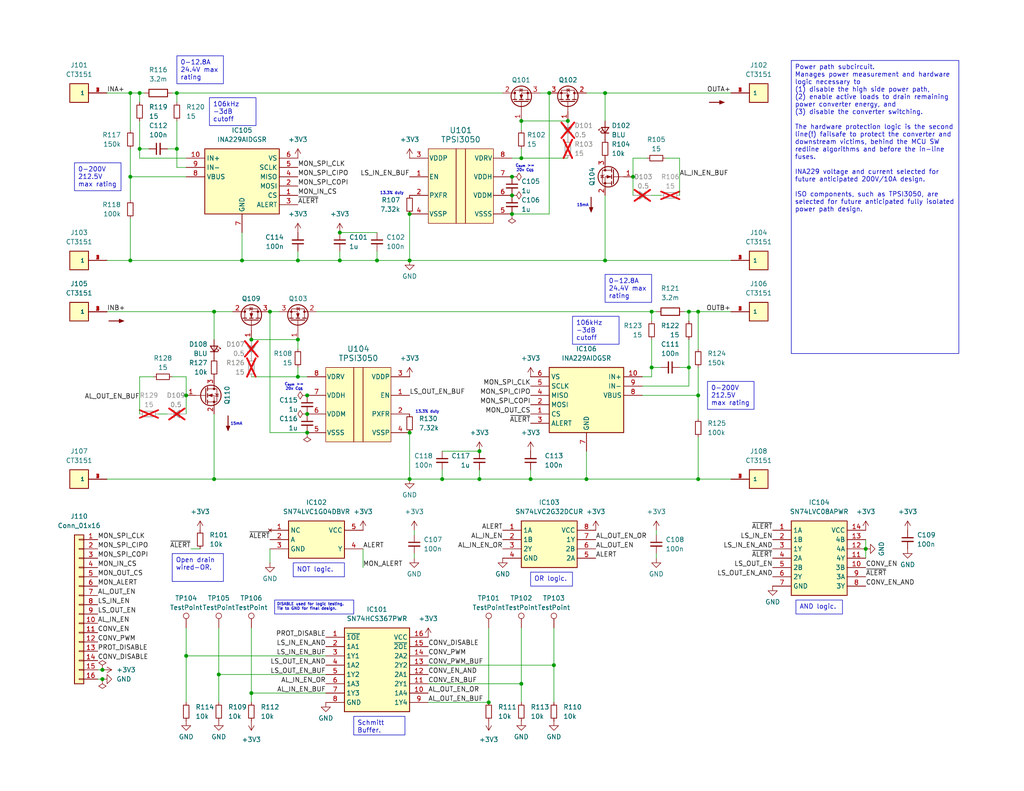
<source format=kicad_sch>
(kicad_sch (version 20231120) (generator "eeschema") (generator_version "8.0")
  (paper "USLetter")
  (title_block (title "Mighty MPPT Power Path Breakout") (date "2024-08-26") (rev "v0.1.0rc") (comment 1 "Matthew Yu"))
  (junction (at 68.58 92.71))
  (junction (at 120.65 130.81))
  (junction (at 81.28 92.71))
  (junction (at 50.8 107.95))
  (junction (at 83.82 113.03))
  (junction (at 133.35 191.77))
  (junction (at 139.7 58.42))
  (junction (at 35.56 71.12))
  (junction (at 27.94 182.88))
  (junction (at 27.94 185.42))
  (junction (at 190.5 85.09))
  (junction (at 111.76 118.11))
  (junction (at 130.81 123.19))
  (junction (at 177.8 85.09))
  (junction (at 187.96 100.33))
  (junction (at 151.13 181.61))
  (junction (at 139.7 53.34))
  (junction (at 177.8 100.33))
  (junction (at 59.69 184.15))
  (junction (at 81.28 71.12))
  (junction (at 102.87 71.12))
  (junction (at 172.72 48.26))
  (junction (at 50.8 179.07))
  (junction (at 142.24 33.02))
  (junction (at 190.5 130.81))
  (junction (at 35.56 48.26))
  (junction (at 130.81 130.81))
  (junction (at 66.04 71.12))
  (junction (at 160.02 130.81))
  (junction (at 142.24 43.18))
  (junction (at 111.76 58.42))
  (junction (at 187.96 85.09))
  (junction (at 111.76 71.12))
  (junction (at 58.42 85.09))
  (junction (at 236.22 149.86))
  (junction (at 190.5 107.95))
  (junction (at 68.58 189.23))
  (junction (at 48.26 25.4))
  (junction (at 73.66 85.09))
  (junction (at 81.28 102.87))
  (junction (at 111.76 130.81))
  (junction (at 149.86 25.4))
  (junction (at 38.1 40.64))
  (junction (at 92.71 63.5))
  (junction (at 92.71 71.12))
  (junction (at 165.1 71.12))
  (junction (at 48.26 40.64))
  (junction (at 142.24 186.69))
  (junction (at 58.42 130.81))
  (junction (at 144.78 130.81))
  (junction (at 139.7 48.26))
  (junction (at 38.1 25.4))
  (junction (at 154.94 33.02))
  (junction (at 83.82 118.11))
  (junction (at 35.56 25.4))
  (junction (at 165.1 25.4))
  (junction (at 83.82 107.95))
  (wire (pts (xy 50.8 45.72) (xy 48.26 45.72)))
  (wire (pts (xy 179.07 144.78) (xy 179.07 146.05)))
  (wire (pts (xy 187.96 85.09) (xy 187.96 87.63)))
  (wire (pts (xy 165.1 53.34) (xy 165.1 71.12)))
  (wire (pts (xy 177.8 92.71) (xy 177.8 100.33)))
  (wire (pts (xy 92.71 71.12) (xy 102.87 71.12)))
  (wire (pts (xy 185.42 43.18) (xy 185.42 53.34)))
  (wire (pts (xy 142.24 171.45) (xy 142.24 186.69)))
  (wire (pts (xy 99.06 149.86) (xy 99.06 154.94)))
  (wire (pts (xy 160.02 130.81) (xy 190.5 130.81)))
  (wire (pts (xy 177.8 102.87) (xy 177.8 100.33)))
  (wire (pts (xy 58.42 130.81) (xy 29.21 130.81)))
  (wire (pts (xy 35.56 25.4) (xy 35.56 35.56)))
  (wire (pts (xy 116.84 191.77) (xy 133.35 191.77)))
  (wire (pts (xy 160.02 25.4) (xy 165.1 25.4)))
  (wire (pts (xy 81.28 92.71) (xy 68.58 92.71)))
  (wire (pts (xy 142.24 43.18) (xy 154.94 43.18)))
  (wire (pts (xy 172.72 43.18) (xy 172.72 48.26)))
  (wire (pts (xy 236.22 147.32) (xy 236.22 149.86)))
  (wire (pts (xy 59.69 184.15) (xy 59.69 191.77)))
  (wire (pts (xy 46.99 102.87) (xy 50.8 102.87)))
  (wire (pts (xy 111.76 71.12) (xy 165.1 71.12)))
  (wire (pts (xy 144.78 128.27) (xy 144.78 130.81)))
  (wire (pts (xy 48.26 33.02) (xy 48.26 40.64)))
  (wire (pts (xy 50.8 179.07) (xy 88.9 179.07)))
  (wire (pts (xy 50.8 102.87) (xy 50.8 107.95)))
  (wire (pts (xy 63.5 85.09) (xy 58.42 85.09)))
  (wire (pts (xy 199.39 25.4) (xy 165.1 25.4)))
  (wire (pts (xy 147.32 25.4) (xy 149.86 25.4)))
  (wire (pts (xy 176.53 43.18) (xy 172.72 43.18)))
  (wire (pts (xy 59.69 184.15) (xy 88.9 184.15)))
  (wire (pts (xy 48.26 25.4) (xy 46.99 25.4)))
  (wire (pts (xy 165.1 25.4) (xy 165.1 33.02)))
  (wire (pts (xy 130.81 128.27) (xy 130.81 130.81)))
  (wire (pts (xy 81.28 102.87) (xy 68.58 102.87)))
  (wire (pts (xy 190.5 85.09) (xy 190.5 95.25)))
  (wire (pts (xy 190.5 107.95) (xy 190.5 114.3)))
  (wire (pts (xy 48.26 40.64) (xy 48.26 45.72)))
  (wire (pts (xy 83.82 102.87) (xy 81.28 102.87)))
  (wire (pts (xy 45.72 40.64) (xy 48.26 40.64)))
  (wire (pts (xy 50.8 43.18) (xy 38.1 43.18)))
  (wire (pts (xy 40.64 40.64) (xy 38.1 40.64)))
  (wire (pts (xy 29.21 25.4) (xy 35.56 25.4)))
  (wire (pts (xy 38.1 25.4) (xy 39.37 25.4)))
  (wire (pts (xy 66.04 71.12) (xy 66.04 63.5)))
  (wire (pts (xy 81.28 68.58) (xy 81.28 71.12)))
  (wire (pts (xy 175.26 105.41) (xy 187.96 105.41)))
  (wire (pts (xy 102.87 71.12) (xy 111.76 71.12)))
  (wire (pts (xy 120.65 128.27) (xy 120.65 130.81)))
  (wire (pts (xy 113.03 152.4) (xy 113.03 151.13)))
  (wire (pts (xy 50.8 179.07) (xy 50.8 191.77)))
  (wire (pts (xy 190.5 85.09) (xy 187.96 85.09)))
  (wire (pts (xy 58.42 85.09) (xy 58.42 92.71)))
  (wire (pts (xy 151.13 191.77) (xy 151.13 181.61)))
  (wire (pts (xy 27.94 185.42) (xy 26.67 185.42)))
  (wire (pts (xy 142.24 35.56) (xy 142.24 33.02)))
  (wire (pts (xy 172.72 48.26) (xy 172.72 53.34)))
  (wire (pts (xy 81.28 95.25) (xy 81.28 92.71)))
  (wire (pts (xy 83.82 118.11) (xy 73.66 118.11)))
  (wire (pts (xy 142.24 40.64) (xy 142.24 43.18)))
  (wire (pts (xy 48.26 27.94) (xy 48.26 25.4)))
  (wire (pts (xy 151.13 171.45) (xy 151.13 181.61)))
  (wire (pts (xy 160.02 123.19) (xy 160.02 130.81)))
  (wire (pts (xy 175.26 102.87) (xy 177.8 102.87)))
  (wire (pts (xy 165.1 71.12) (xy 199.39 71.12)))
  (wire (pts (xy 111.76 130.81) (xy 120.65 130.81)))
  (wire (pts (xy 102.87 68.58) (xy 102.87 71.12)))
  (wire (pts (xy 144.78 130.81) (xy 160.02 130.81)))
  (wire (pts (xy 111.76 130.81) (xy 111.76 118.11)))
  (wire (pts (xy 142.24 186.69) (xy 142.24 191.77)))
  (wire (pts (xy 181.61 43.18) (xy 185.42 43.18)))
  (wire (pts (xy 81.28 71.12) (xy 66.04 71.12)))
  (wire (pts (xy 111.76 71.12) (xy 111.76 58.42)))
  (wire (pts (xy 116.84 186.69) (xy 142.24 186.69)))
  (wire (pts (xy 180.34 100.33) (xy 177.8 100.33)))
  (wire (pts (xy 68.58 171.45) (xy 68.58 189.23)))
  (wire (pts (xy 29.21 71.12) (xy 35.56 71.12)))
  (wire (pts (xy 236.22 149.86) (xy 236.22 152.4)))
  (wire (pts (xy 180.34 53.34) (xy 177.8 53.34)))
  (wire (pts (xy 59.69 171.45) (xy 59.69 184.15)))
  (wire (pts (xy 190.5 85.09) (xy 199.39 85.09)))
  (wire (pts (xy 139.7 58.42) (xy 149.86 58.42)))
  (wire (pts (xy 130.81 130.81) (xy 144.78 130.81)))
  (wire (pts (xy 35.56 40.64) (xy 35.56 48.26)))
  (wire (pts (xy 102.87 63.5) (xy 92.71 63.5)))
  (wire (pts (xy 48.26 25.4) (xy 137.16 25.4)))
  (wire (pts (xy 113.03 146.05) (xy 113.03 144.78)))
  (wire (pts (xy 149.86 58.42) (xy 149.86 25.4)))
  (wire (pts (xy 92.71 68.58) (xy 92.71 71.12)))
  (wire (pts (xy 133.35 191.77) (xy 133.35 171.45)))
  (wire (pts (xy 177.8 85.09) (xy 179.07 85.09)))
  (wire (pts (xy 190.5 130.81) (xy 199.39 130.81)))
  (wire (pts (xy 120.65 123.19) (xy 130.81 123.19)))
  (wire (pts (xy 175.26 107.95) (xy 190.5 107.95)))
  (wire (pts (xy 187.96 85.09) (xy 186.69 85.09)))
  (wire (pts (xy 38.1 25.4) (xy 38.1 27.94)))
  (wire (pts (xy 27.94 182.88) (xy 26.67 182.88)))
  (wire (pts (xy 86.36 85.09) (xy 177.8 85.09)))
  (wire (pts (xy 38.1 43.18) (xy 38.1 40.64)))
  (wire (pts (xy 52.07 149.86) (xy 54.61 149.86)))
  (wire (pts (xy 187.96 100.33) (xy 187.96 105.41)))
  (wire (pts (xy 58.42 113.03) (xy 58.42 130.81)))
  (wire (pts (xy 76.2 85.09) (xy 73.66 85.09)))
  (wire (pts (xy 116.84 181.61) (xy 151.13 181.61)))
  (wire (pts (xy 68.58 189.23) (xy 68.58 191.77)))
  (wire (pts (xy 92.71 71.12) (xy 81.28 71.12)))
  (wire (pts (xy 73.66 153.67) (xy 73.66 149.86)))
  (wire (pts (xy 38.1 33.02) (xy 38.1 40.64)))
  (wire (pts (xy 35.56 59.69) (xy 35.56 71.12)))
  (wire (pts (xy 35.56 48.26) (xy 50.8 48.26)))
  (wire (pts (xy 35.56 25.4) (xy 38.1 25.4)))
  (wire (pts (xy 35.56 71.12) (xy 66.04 71.12)))
  (wire (pts (xy 120.65 130.81) (xy 130.81 130.81)))
  (wire (pts (xy 177.8 87.63) (xy 177.8 85.09)))
  (wire (pts (xy 81.28 100.33) (xy 81.28 102.87)))
  (wire (pts (xy 190.5 119.38) (xy 190.5 130.81)))
  (wire (pts (xy 41.91 102.87) (xy 38.1 102.87)))
  (wire (pts (xy 50.8 171.45) (xy 50.8 179.07)))
  (wire (pts (xy 142.24 33.02) (xy 154.94 33.02)))
  (wire (pts (xy 179.07 151.13) (xy 179.07 152.4)))
  (wire (pts (xy 35.56 54.61) (xy 35.56 48.26)))
  (wire (pts (xy 68.58 189.23) (xy 88.9 189.23)))
  (wire (pts (xy 43.18 113.03) (xy 45.72 113.03)))
  (wire (pts (xy 190.5 100.33) (xy 190.5 107.95)))
  (wire (pts (xy 111.76 130.81) (xy 58.42 130.81)))
  (wire (pts (xy 139.7 43.18) (xy 142.24 43.18)))
  (wire (pts (xy 185.42 100.33) (xy 187.96 100.33)))
  (wire (pts (xy 187.96 92.71) (xy 187.96 100.33)))
  (wire (pts (xy 50.8 107.95) (xy 50.8 113.03)))
  (wire (pts (xy 38.1 102.87) (xy 38.1 113.03)))
  (wire (pts (xy 73.66 118.11) (xy 73.66 85.09)))
  (wire (pts (xy 29.21 85.09) (xy 58.42 85.09)))
  (text_box "0-200V\n212.5V max rating" (at 193.04 104.14 0) (size 12.7 7.62) (effects (font (size 1.27 1.27)) (justify left top)))
  (text_box "NOT logic." (at 80.01 153.67 0) (size 13.97 3.81) (effects (font (size 1.27 1.27)) (justify left top)))
  (text_box "Schmitt Buffer." (at 96.52 195.58 0) (size 13.97 5.08) (effects (font (size 1.27 1.27)) (justify left top)))
  (text_box "Open drain wired-OR." (at 46.99 151.13 0) (size 13.97 7.62) (effects (font (size 1.27 1.27)) (justify left top)))
  (text_box "106kHz -3dB cutoff" (at 156.21 86.36 0) (size 12.7 7.62) (effects (font (size 1.27 1.27)) (justify left top)))
  (text_box "Power path subcircuit.\nManages power measurement and hardware logic necessary to \n(1) disable the high side power path, \n(2) enable active loads to drain remaining power converter energy, and \n(3) disable the converter switching.\n\nThe hardware protection logic is the second line(!) failsafe to protect the converter and downstream victims, behind the MCU SW redline algorithms and before the in-line fuses.\n\nINA229 voltage and current selected for future anticipated 200V/10A design.\n\nISO components, such as TPSI3050, are selected for future anticipated fully isolated power path design." (at 215.9 16.51 0) (size 45.72 80.01) (effects (font (size 1.27 1.27)) (justify left top)))
  (text_box "0-12.8A\n24.4V max rating" (at 48.26 15.24 0) (size 12.7 7.62) (effects (font (size 1.27 1.27)) (justify left top)))
  (text_box "OR logic." (at 144.78 156.21 0) (size 11.43 3.81) (effects (font (size 1.27 1.27)) (justify left top)))
  (text_box "0-200V\n212.5V max rating" (at 20.32 44.45 0) (size 12.7 7.62) (effects (font (size 1.27 1.27)) (justify left top)))
  (text_box "0-12.8A\n24.4V max rating" (at 165.1 74.93 0) (size 12.7 7.62) (effects (font (size 1.27 1.27)) (justify left top)))
  (text_box "AND logic." (at 217.17 163.83 0) (size 12.7 3.81) (effects (font (size 1.27 1.27)) (justify left top)))
  (text_box "DISABLE used for logic testing.\nTie to GND for final design." (at 74.93 163.83 0) (size 21.59 3.81) (effects (font (size 0.762 0.762)) (justify left top)))
  (text_box "106kHz -3dB cutoff" (at 57.15 26.67 0) (size 12.7 7.62) (effects (font (size 1.27 1.27)) (justify left top)))
  (text "C_{sum} >=\n20x C_{GS}\n" (at 80.264 105.664 0) (effects (font (size 0.762 0.762))))
  (text "13.3% duty" (at 106.934 52.832 0) (effects (font (size 0.762 0.762))))
  (text "15mA" (at 159.004 56.134 0) (effects (font (size 0.762 0.762))))
  (text "13.3% duty" (at 116.586 112.522 0) (effects (font (size 0.762 0.762))))
  (text "15mA" (at 64.516 115.824 0) (effects (font (size 0.762 0.762))))
  (text "C_{sum} >=\n20x C_{GS}\n" (at 143.256 45.974 0) (effects (font (size 0.762 0.762))))
  (label "~{ALERT}" (at 73.66 147.32 180))
  (label "MON_SPI_CLK" (at 81.28 45.72 0))
  (label "CONV_DISABLE" (at 116.84 176.53 0))
  (label "CONV_PWM_BUF" (at 116.84 181.61 0))
  (label "AL_OUT_EN_BUF" (at 38.1 109.22 180))
  (label "PROT_DISABLE" (at 26.67 177.8 0))
  (label "AL_IN_EN_BUF" (at 185.42 48.26 0))
  (label "LS_OUT_EN_BUF" (at 111.76 107.95 0))
  (label "MON_SPI_COPI" (at 26.67 152.4 0))
  (label "AL_IN_EN_OR" (at 88.9 186.69 180))
  (label "AL_IN_EN_OR" (at 137.16 149.86 180))
  (label "CONV_PWM" (at 26.67 175.26 0))
  (label "MON_SPI_COPI" (at 144.78 110.49 180))
  (label "AL_IN_EN" (at 26.67 170.18 0))
  (label "MON_OUT_CS" (at 144.78 113.03 180))
  (label "CONV_EN" (at 236.22 154.94 0))
  (label "AL_IN_EN_BUF" (at 88.9 189.23 180))
  (label "AL_OUT_EN" (at 162.56 149.86 0))
  (label "LS_IN_EN" (at 210.82 147.32 180))
  (label "~{ALERT}" (at 81.28 55.88 0))
  (label "MON_SPI_CLK" (at 26.67 147.32 0))
  (label "MON_ALERT" (at 99.06 154.94 0))
  (label "AL_IN_EN" (at 137.16 147.32 180))
  (label "LS_OUT_EN" (at 26.67 167.64 0))
  (label "MON_IN_CS" (at 26.67 154.94 0))
  (label "AL_OUT_EN_BUF" (at 116.84 191.77 0))
  (label "OUTA+" (at 199.39 25.4 180))
  (label "CONV_DISABLE" (at 26.67 180.34 0))
  (label "INB+" (at 29.21 85.09 0))
  (label "~{ALERT}" (at 210.82 152.4 180))
  (label "MON_SPI_CLK" (at 144.78 105.41 180))
  (label "MON_SPI_CIPO" (at 81.28 48.26 0))
  (label "~{ALERT}" (at 210.82 144.78 180))
  (label "CONV_EN_BUF" (at 116.84 186.69 0))
  (label "MON_ALERT" (at 26.67 160.02 0))
  (label "PROT_DISABLE" (at 88.9 173.99 180))
  (label "INA+" (at 29.21 25.4 0))
  (label "AL_OUT_EN_OR" (at 116.84 189.23 0))
  (label "MON_SPI_CIPO" (at 26.67 149.86 0))
  (label "MON_SPI_COPI" (at 81.28 50.8 0))
  (label "LS_IN_EN_BUF" (at 88.9 179.07 180))
  (label "AL_OUT_EN_OR" (at 162.56 147.32 0))
  (label "ALERT" (at 137.16 144.78 180))
  (label "LS_OUT_EN_AND" (at 88.9 181.61 180))
  (label "LS_OUT_EN_BUF" (at 88.9 184.15 180))
  (label "LS_OUT_EN_AND" (at 210.82 157.48 180))
  (label "~{ALERT}" (at 52.07 149.86 180))
  (label "MON_OUT_CS" (at 26.67 157.48 0))
  (label "CONV_EN_AND" (at 116.84 184.15 0))
  (label "ALERT" (at 99.06 149.86 0))
  (label "ALERT" (at 162.56 152.4 0))
  (label "CONV_EN_AND" (at 236.22 160.02 0))
  (label "LS_IN_EN_AND" (at 88.9 176.53 180))
  (label "MON_SPI_CIPO" (at 144.78 107.95 180))
  (label "LS_IN_EN" (at 26.67 165.1 0))
  (label "CONV_PWM" (at 116.84 179.07 0))
  (label "LS_OUT_EN" (at 210.82 154.94 180))
  (label "LS_IN_EN_BUF" (at 111.76 48.26 180))
  (label "CONV_EN" (at 26.67 172.72 0))
  (label "~{ALERT}" (at 236.22 157.48 0))
  (label "~{ALERT}" (at 144.78 115.57 180))
  (label "AL_OUT_EN" (at 26.67 162.56 0))
  (label "OUTB+" (at 199.39 85.09 180))
  (label "LS_IN_EN_AND" (at 210.82 149.86 180))
  (label "MON_IN_CS" (at 81.28 53.34 0))
  (symbol (lib_id "Graphic:SYM_Arrow_Small") (at 62.23 115.57 90) (mirror x) (unit 1) (exclude_from_sim yes) (on_board no)
    (property "Reference" "#SYM103" (effects (hide yes)))
    (property "Value" "SYM_Arrow_Small" (effects (hide yes)))
    (property "Description" "Filled arrow, 160mil" (effects (hide yes)))
  )
  (symbol (lib_id "Device:C_Small") (at 83.82 110.49 0) (mirror y) (unit 1)
    (property "Reference" "C115" (at 81.28 109.2262 0) (effects (justify left)))
    (property "Value" "1u" (at 81.28 111.7662 0) (effects (justify left)))
    (property "Footprint" "Resistor_SMD:R_0402_1005Metric" (effects (hide yes)))
    (property "Datasheet" "https://wmsc.lcsc.com/wmsc/upload/file/pdf/v2/lcsc/2304140030_Samsung-Electro-Mechanics-CL05X105KA5NQNC_C307454.pdf" (effects (hide yes)))
    (property "Description" "Unpolarized capacitor, small symbol" (effects (hide yes)))
    (property "Distributor" "LCSC" (effects (hide yes)))
    (property "Manufacturer" "Samsung Electromechanics" (effects (hide yes)))
    (property "P/N" "CL05X105KA5NQNC" (effects (hide yes)))
    (property "LCSC Part #" "C307454" (effects (hide yes)))
    (property "Cost" "0.0068" (effects (hide yes)))
    (property "Notes" "Sized according to TPSI305x calculator spreadsheet (150nC, <0.5 VDDH_DROOP)." (effects (hide yes)))
  )
  (symbol (lib_id "Device:C_Small") (at 83.82 115.57 0) (mirror y) (unit 1)
    (property "Reference" "C116" (at 81.28 114.3062 0) (effects (justify left)))
    (property "Value" "1u" (at 81.28 116.8462 0) (effects (justify left)))
    (property "Footprint" "Resistor_SMD:R_0402_1005Metric" (effects (hide yes)))
    (property "Datasheet" "https://wmsc.lcsc.com/wmsc/upload/file/pdf/v2/lcsc/2304140030_Samsung-Electro-Mechanics-CL05X105KA5NQNC_C307454.pdf" (effects (hide yes)))
    (property "Description" "Unpolarized capacitor, small symbol" (effects (hide yes)))
    (property "Distributor" "LCSC" (effects (hide yes)))
    (property "Manufacturer" "Samsung Electromechanics" (effects (hide yes)))
    (property "P/N" "CL05X105KA5NQNC" (effects (hide yes)))
    (property "LCSC Part #" "C307454" (effects (hide yes)))
    (property "Cost" "0.0068" (effects (hide yes)))
    (property "Notes" "Sized according to TPSI305x calculator spreadsheet (150nC, <0.5 VDDH_DROOP)." (effects (hide yes)))
  )
  (symbol (lib_id "Connector_Generic:Conn_01x16") (at 21.59 165.1 0) (mirror y) (unit 1)
    (property "Reference" "J110" (at 21.59 140.97 0))
    (property "Value" "Conn_01x16" (at 21.59 143.51 0))
    (property "Description" "Generic connector, single row, 01x16, script generated (kicad-library-utils/schlib/autogen/connector/)" (effects (hide yes)))
  )
  (symbol (lib_id "Device:LED_Small") (at 58.42 95.25 270) (mirror x) (unit 1)
    (property "Reference" "D108" (at 56.642 93.98 90) (effects (justify right)))
    (property "Value" "BLU" (at 56.642 96.52 90) (effects (justify right)))
    (property "Footprint" "LED_SMD:LED_0402_1005Metric" (effects (hide yes)))
    (property "Datasheet" "https://www.we-online.com/components/products/datasheet/150040BS73220.pdf" (effects (hide yes)))
    (property "Description" "Light emitting diode, small symbol" (effects (hide yes)))
    (property "Distributor" "Mouser" (effects (hide yes)))
    (property "Manufacturer" "Wurth Elektronik" (effects (hide yes)))
    (property "P/N" "150040BS73220" (effects (hide yes)))
    (property "Cost" "0.51" (effects (hide yes)))
    (property "Notes" "Target V_FWD=3.1V, I_D=15mA, P_D=50mW" (effects (hide yes)))
  )
  (symbol (lib_id "ti_SN74HCS367_PWR:SN74HCS367PWR") (at 88.9 173.99 0) (unit 1)
    (property "Reference" "IC101" (at 102.87 166.37 0))
    (property "Value" "SN74HCS367PWR" (at 102.87 168.91 0))
    (property "Footprint" "footprints:ti_SN74HCS367_PWR" (effects (hide yes)))
    (property "Datasheet" "https://www.ti.com/lit/gpn/SN74HCS367" (effects (hide yes)))
    (property "Description" "Buffers & Line Drivers Hex buffers and line drivers with non-inverting 3-state outputs 16-TSSOP -40 to 125" (effects (hide yes)))
    (property "Manufacturer" "Texas Instruments" (effects (hide yes)))
    (property "P/N" "SN74HCS367PWR" (effects (hide yes)))
  )
  (symbol (lib_id "caltest_ct3151:CT3151") (at 207.01 85.09 0) (mirror x) (unit 1)
    (property "Reference" "J106" (at 207.01 77.47 0))
    (property "Value" "CT3151" (at 207.01 80.01 0))
    (property "Footprint" "footprints:caltest_ct3151" (effects (hide yes)))
    (property "Datasheet" "https://mm.digikey.com/Volume0/opasdata/d220001/medias/docus/4846/DS_1768_Catalog.pdf" (effects (hide yes)))
    (property "Description" "CONN BANANA JACK SOLDER" (effects (hide yes)))
    (property "Manufacturer" "Caltest" (effects (hide yes)))
    (property "P/N" "  CT3151-2" (effects (hide yes)))
  )
  (symbol (lib_id "Device:Q_NMOS_GSD") (at 167.64 48.26 0) (mirror y) (unit 1)
    (property "Reference" "Q104" (at 161.544 50.8 90) (effects (justify left)))
    (property "Value" "BSS127S" (effects (hide yes)))
    (property "Footprint" "Package_TO_SOT_SMD:SOT-23" (effects (hide yes)))
    (property "Datasheet" "http://www.diodes.com/assets/Datasheets/BSS127.pdf" (effects (hide yes)))
    (property "Description" "N-MOSFET transistor, gate/drain/source" (effects (hide yes)))
    (property "Distributor" "Mouser" (effects (hide yes)))
    (property "Manufacturer" "Diodes Incorporated" (effects (hide yes)))
    (property "P/N" "BSS127S-7 " (effects (hide yes)))
    (property "Cost" "0.30" (effects (hide yes)))
    (property "Notes" "160O, 70mA, 1.25W" (effects (hide yes)))
  )
  (symbol (lib_id "power:+3V3") (at 81.28 43.18 0) (mirror y) (unit 1)
    (property "Reference" "#PWR0102" (effects (hide yes)))
    (property "Value" "+3V3" (at 81.28 38.1 0))
    (property "Description" "Power symbol creates a global label with name \"+3V3\"" (effects (hide yes)))
  )
  (symbol (lib_id "caltest_ct3151:CT3151") (at 207.01 130.81 0) (mirror x) (unit 1)
    (property "Reference" "J108" (at 207.01 123.19 0))
    (property "Value" "CT3151" (at 207.01 125.73 0))
    (property "Footprint" "footprints:caltest_ct3151" (effects (hide yes)))
    (property "Datasheet" "https://mm.digikey.com/Volume0/opasdata/d220001/medias/docus/4846/DS_1768_Catalog.pdf" (effects (hide yes)))
    (property "Description" "CONN BANANA JACK SOLDER" (effects (hide yes)))
    (property "Manufacturer" "Caltest" (effects (hide yes)))
    (property "P/N" "  CT3151-0" (effects (hide yes)))
  )
  (symbol (lib_id "power:+3V3") (at 111.76 102.87 0) (mirror y) (unit 1)
    (property "Reference" "#PWR0122" (effects (hide yes)))
    (property "Value" "+3V3" (at 111.76 97.79 0))
    (property "Description" "Power symbol creates a global label with name \"+3V3\"" (effects (hide yes)))
  )
  (symbol (lib_id "power:GND") (at 27.94 185.42 90) (mirror x) (unit 1)
    (property "Reference" "#PWR0116" (effects (hide yes)))
    (property "Value" "GND" (at 31.75 185.4199 90) (effects (justify right)))
    (property "Description" "Power symbol creates a global label with name \"GND\" , ground" (effects (hide yes)))
  )
  (symbol (lib_id "Connector:TestPoint") (at 68.58 171.45 0) (unit 1)
    (property "Reference" "TP106" (at 68.58 163.322 0))
    (property "Value" "TestPoint" (at 68.58 165.862 0))
    (property "Footprint" "TestPoint:TestPoint_Keystone_5000-5004_Miniature" (effects (hide yes)))
    (property "Datasheet" "https://www.keyelco.com/userAssets/file/M65p56.pdf" (effects (hide yes)))
    (property "Description" "test point" (effects (hide yes)))
    (property "Manufacturer" "Keystone Electronics" (effects (hide yes)))
    (property "P/N" "5000" (effects (hide yes)))
  )
  (symbol (lib_id "Device:Q_NMOS_GSD") (at 55.88 107.95 0) (unit 1)
    (property "Reference" "Q110" (at 61.976 110.49 90) (effects (justify left)))
    (property "Value" "BSS127S" (effects (hide yes)))
    (property "Footprint" "Package_TO_SOT_SMD:SOT-23" (effects (hide yes)))
    (property "Datasheet" "http://www.diodes.com/assets/Datasheets/BSS127.pdf" (effects (hide yes)))
    (property "Description" "N-MOSFET transistor, gate/drain/source" (effects (hide yes)))
    (property "Distributor" "Mouser" (effects (hide yes)))
    (property "Manufacturer" "Diodes Incorporated" (effects (hide yes)))
    (property "P/N" "BSS127S-7 " (effects (hide yes)))
    (property "Cost" "0.30" (effects (hide yes)))
    (property "Notes" "160O, 70mA, 1.25W" (effects (hide yes)))
  )
  (symbol (lib_id "power:+3V3") (at 133.35 196.85 0) (mirror x) (unit 1)
    (property "Reference" "#PWR0105" (effects (hide yes)))
    (property "Value" "+3V3" (at 133.35 201.93 0))
    (property "Description" "Power symbol creates a global label with name \"+3V3\"" (effects (hide yes)))
  )
  (symbol (lib_id "Device:C_Small") (at 139.7 50.8 0) (unit 1)
    (property "Reference" "C105" (at 142.24 49.5362 0) (effects (justify left)))
    (property "Value" "1u" (at 142.24 52.0762 0) (effects (justify left)))
    (property "Footprint" "Resistor_SMD:R_0402_1005Metric" (effects (hide yes)))
    (property "Datasheet" "https://wmsc.lcsc.com/wmsc/upload/file/pdf/v2/lcsc/2304140030_Samsung-Electro-Mechanics-CL05X105KA5NQNC_C307454.pdf" (effects (hide yes)))
    (property "Description" "Unpolarized capacitor, small symbol" (effects (hide yes)))
    (property "Distributor" "LCSC" (effects (hide yes)))
    (property "Manufacturer" "Samsung Electromechanics" (effects (hide yes)))
    (property "P/N" "CL05X105KA5NQNC" (effects (hide yes)))
    (property "LCSC Part #" "C307454" (effects (hide yes)))
    (property "Cost" "0.0068" (effects (hide yes)))
    (property "Notes" "Sized according to TPSI305x calculator spreadsheet (150nC, <0.5 VDDH_DROOP)." (effects (hide yes)))
  )
  (symbol (lib_id "Device:R_Small") (at 182.88 53.34 90) (mirror x) (unit 1) (dnp yes)
    (property "Reference" "R106" (at 182.88 48.26 90))
    (property "Value" "15" (at 182.88 50.8 90))
    (property "Footprint" "Resistor_SMD:R_0603_1608Metric" (effects (hide yes)))
    (property "Datasheet" "https://wmsc.lcsc.com/wmsc/upload/file/pdf/v2/lcsc/2206010130_UNI-ROYAL-Uniroyal-Elec-0603WAF150JT5E_C22810.pdf" (effects (hide yes)))
    (property "Description" "Resistor, small symbol" (effects (hide yes)))
    (property "Cost" "0.0009" (effects (hide yes)))
    (property "Distributor" "LCSC" (effects (hide yes)))
    (property "LCSC Part #" "C22810" (effects (hide yes)))
    (property "Manufacturer" "Uniroyal" (effects (hide yes)))
    (property "P/N" "0603WAF150JT5E" (effects (hide yes)))
  )
  (symbol (lib_id "Device:C_Small") (at 102.87 66.04 0) (unit 1)
    (property "Reference" "C102" (at 105.41 64.7762 0) (effects (justify left)))
    (property "Value" "100n" (at 105.41 67.3162 0) (effects (justify left)))
    (property "Footprint" "Resistor_SMD:R_0402_1005Metric" (effects (hide yes)))
    (property "Datasheet" "https://wmsc.lcsc.com/wmsc/upload/file/pdf/v2/lcsc/2304140030_Samsung-Electro-Mechanics-CL05B104KB54PNC_C307331.pdf" (effects (hide yes)))
    (property "Description" "Unpolarized capacitor, small symbol" (effects (hide yes)))
    (property "Distributor" "LCSC" (effects (hide yes)))
    (property "Manufacturer" "Samsung Electromechanics" (effects (hide yes)))
    (property "P/N" "CL05B104KB54PNC" (effects (hide yes)))
    (property "LCSC Part #" "C307331" (effects (hide yes)))
    (property "Cost" "0.0046" (effects (hide yes)))
  )
  (symbol (lib_id "power:PWR_FLAG") (at 139.7 58.42 180) (unit 1)
    (property "Reference" "#FLG0103" (effects (hide yes)))
    (property "Value" "PWR_FLAG" (effects (hide yes)))
    (property "Description" "Special symbol for telling ERC where power comes from" (effects (hide yes)))
  )
  (symbol (lib_id "ti_INA229_AIDGSR:INA229AIDGSR") (at 144.78 102.87 0) (unit 1)
    (property "Reference" "IC106" (at 160.02 95.25 0))
    (property "Value" "INA229AIDGSR" (at 160.02 97.79 0))
    (property "Footprint" "footprints:ti_INA229_AIDGSR" (effects (hide yes)))
    (property "Datasheet" "https://www.ti.com/lit/gpn/ina229" (effects (hide yes)))
    (property "Description" "Current Sense Amplifier 1 Circuit - 10-VSSOP" (effects (hide yes)))
    (property "Manufacturer" "Texas Instruments" (effects (hide yes)))
    (property "P/N" "INA229AIDGSR" (effects (hide yes)))
  )
  (symbol (lib_id "Device:C_Small") (at 179.07 148.59 0) (mirror y) (unit 1)
    (property "Reference" "C108" (at 181.61 147.3262 0) (effects (justify right)))
    (property "Value" "100n" (at 181.61 149.8662 0) (effects (justify right)))
    (property "Description" "Unpolarized capacitor, small symbol" (effects (hide yes)))
  )
  (symbol (lib_id "power:PWR_FLAG") (at 83.82 113.03 90) (mirror x) (unit 1)
    (property "Reference" "#FLG0108" (effects (hide yes)))
    (property "Value" "PWR_FLAG" (effects (hide yes)))
    (property "Description" "Special symbol for telling ERC where power comes from" (effects (hide yes)))
  )
  (symbol (lib_id "Device:C_Small") (at 144.78 125.73 180) (unit 1)
    (property "Reference" "C113" (at 148.59 124.4535 0) (effects (justify right)))
    (property "Value" "100n" (at 148.59 126.9935 0) (effects (justify right)))
    (property "Description" "Unpolarized capacitor, small symbol" (effects (hide yes)))
  )
  (symbol (lib_id "Device:R_Small") (at 142.24 194.31 0) (unit 1)
    (property "Reference" "R113" (at 144.78 193.0399 0) (effects (justify left)))
    (property "Value" "10k" (at 144.78 195.5799 0) (effects (justify left)))
    (property "Description" "Resistor, small symbol" (effects (hide yes)))
  )
  (symbol (lib_id "power:GND") (at 142.24 196.85 0) (unit 1)
    (property "Reference" "#PWR0106" (effects (hide yes)))
    (property "Value" "GND" (at 142.24 201.168 0))
    (property "Description" "Power symbol creates a global label with name \"GND\" , ground" (effects (hide yes)))
  )
  (symbol (lib_id "power:+3V3") (at 179.07 144.78 0) (mirror y) (unit 1)
    (property "Reference" "#PWR0126" (effects (hide yes)))
    (property "Value" "+3V3" (at 179.07 139.7 0))
    (property "Description" "Power symbol creates a global label with name \"+3V3\"" (effects (hide yes)))
  )
  (symbol (lib_id "power:GND") (at 50.8 196.85 0) (unit 1)
    (property "Reference" "#PWR0115" (effects (hide yes)))
    (property "Value" "GND" (at 50.8 201.168 0))
    (property "Description" "Power symbol creates a global label with name \"GND\" , ground" (effects (hide yes)))
  )
  (symbol (lib_id "power:GND") (at 236.22 149.86 90) (unit 1)
    (property "Reference" "#PWR0133" (effects (hide yes)))
    (property "Value" "GND" (at 240.538 149.86 0))
    (property "Description" "Power symbol creates a global label with name \"GND\" , ground" (effects (hide yes)))
  )
  (symbol (lib_id "Device:C_Small") (at 92.71 66.04 0) (unit 1)
    (property "Reference" "C101" (at 95.25 64.7762 0) (effects (justify left)))
    (property "Value" "1u" (at 95.25 67.3162 0) (effects (justify left)))
    (property "Footprint" "Resistor_SMD:R_0402_1005Metric" (effects (hide yes)))
    (property "Datasheet" "https://wmsc.lcsc.com/wmsc/upload/file/pdf/v2/lcsc/2304140030_Samsung-Electro-Mechanics-CL05X105KA5NQNC_C307454.pdf" (effects (hide yes)))
    (property "Description" "Unpolarized capacitor, small symbol" (effects (hide yes)))
    (property "Distributor" "LCSC" (effects (hide yes)))
    (property "Manufacturer" "Samsung Electromechanics" (effects (hide yes)))
    (property "P/N" "CL05X105KA5NQNC" (effects (hide yes)))
    (property "LCSC Part #" "C307454" (effects (hide yes)))
    (property "Cost" "0.0068" (effects (hide yes)))
  )
  (symbol (lib_id "Graphic:SYM_Arrow_Small") (at 161.29 55.88 270) (unit 1) (exclude_from_sim yes) (on_board no)
    (property "Reference" "#SYM101" (effects (hide yes)))
    (property "Value" "SYM_Arrow_Small" (effects (hide yes)))
    (property "Description" "Filled arrow, 160mil" (effects (hide yes)))
  )
  (symbol (lib_id "power:GND") (at 88.9 191.77 0) (unit 1)
    (property "Reference" "#PWR0135" (effects (hide yes)))
    (property "Value" "GND" (at 88.9 196.088 0))
    (property "Description" "Power symbol creates a global label with name \"GND\" , ground" (effects (hide yes)))
  )
  (symbol (lib_id "Device:R_Small") (at 48.26 30.48 180) (unit 1)
    (property "Reference" "R120" (at 50.8 29.2099 0) (effects (justify right)))
    (property "Value" "15" (at 50.8 31.7499 0) (effects (justify right)))
    (property "Description" "Resistor, small symbol" (effects (hide yes)))
  )
  (symbol (lib_id "Device:C_Small") (at 43.18 40.64 90) (unit 1)
    (property "Reference" "C112" (at 43.1863 34.29 90))
    (property "Value" "100n" (at 43.1863 36.83 90))
    (property "Description" "Unpolarized capacitor, small symbol" (effects (hide yes)))
  )
  (symbol (lib_id "caltest_ct3151:CT3151") (at 21.59 85.09 180) (unit 1)
    (property "Reference" "J105" (at 21.59 77.47 0))
    (property "Value" "CT3151" (at 21.59 80.01 0))
    (property "Footprint" "footprints:caltest_ct3151" (effects (hide yes)))
    (property "Datasheet" "https://mm.digikey.com/Volume0/opasdata/d220001/medias/docus/4846/DS_1768_Catalog.pdf" (effects (hide yes)))
    (property "Description" "CONN BANANA JACK SOLDER" (effects (hide yes)))
    (property "Manufacturer" "Caltest" (effects (hide yes)))
    (property "P/N" "  CT3151-2" (effects (hide yes)))
  )
  (symbol (lib_id "power:GND") (at 113.03 152.4 0) (unit 1)
    (property "Reference" "#PWR0125" (effects (hide yes)))
    (property "Value" "GND" (at 113.03 156.718 0))
    (property "Description" "Power symbol creates a global label with name \"GND\" , ground" (effects (hide yes)))
  )
  (symbol (lib_id "power:PWR_FLAG") (at 83.82 107.95 90) (mirror x) (unit 1)
    (property "Reference" "#FLG0107" (effects (hide yes)))
    (property "Value" "PWR_FLAG" (effects (hide yes)))
    (property "Description" "Special symbol for telling ERC where power comes from" (effects (hide yes)))
  )
  (symbol (lib_id "Device:R") (at 43.18 25.4 90) (unit 1)
    (property "Reference" "R116" (at 43.18 19.05 90))
    (property "Value" "3.2m" (at 43.18 21.59 90))
    (property "Footprint" "Resistor_SMD:R_2512_6332Metric_Pad1.40x3.35mm_HandSolder" (effects (hide yes)))
    (property "Datasheet" "https://www.vishay.com/doc?30100" (effects (hide yes)))
    (property "Description" "Resistor" (effects (hide yes)))
    (property "Manufacturer" "Vishay / Dale" (effects (hide yes)))
    (property "P/N" "WSL25123L200FEA" (effects (hide yes)))
  )
  (symbol (lib_id "ti_SN74LVC2G32_DCUR:SN74LVC2G32DCUR") (at 137.16 144.78 0) (unit 1)
    (property "Reference" "IC103" (at 149.86 137.16 0))
    (property "Value" "SN74LVC2G32DCUR" (at 149.86 139.7 0))
    (property "Footprint" "footprints:ti_SN74LVC2G32_DCUR" (effects (hide yes)))
    (property "Datasheet" "http://www.ti.com/lit/gpn/sn74lvc2g32" (effects (hide yes)))
    (property "Description" "DUAL 2-INPUT POSITIVE-OR GATE" (effects (hide yes)))
    (property "Manufacturer" "Texas Instruments" (effects (hide yes)))
    (property "P/N" "SN74LVC2G32DCUR" (effects (hide yes)))
  )
  (symbol (lib_id "power:+3V3") (at 99.06 144.78 0) (mirror y) (unit 1)
    (property "Reference" "#PWR0113" (effects (hide yes)))
    (property "Value" "+3V3" (at 99.06 139.7 0))
    (property "Description" "Power symbol creates a global label with name \"+3V3\"" (effects (hide yes)))
  )
  (symbol (lib_id "Device:C_Small") (at 81.28 66.04 0) (mirror x) (unit 1)
    (property "Reference" "C114" (at 77.47 64.7635 0) (effects (justify right)))
    (property "Value" "100n" (at 77.47 67.3035 0) (effects (justify right)))
    (property "Description" "Unpolarized capacitor, small symbol" (effects (hide yes)))
  )
  (symbol (lib_id "power:GND") (at 210.82 160.02 0) (unit 1)
    (property "Reference" "#PWR0132" (effects (hide yes)))
    (property "Value" "GND" (at 210.82 164.338 0))
    (property "Description" "Power symbol creates a global label with name \"GND\" , ground" (effects (hide yes)))
  )
  (symbol (lib_id "power:+3V3") (at 81.28 63.5 0) (mirror y) (unit 1)
    (property "Reference" "#PWR0118" (effects (hide yes)))
    (property "Value" "+3V3" (at 81.28 58.42 0))
    (property "Description" "Power symbol creates a global label with name \"+3V3\"" (effects (hide yes)))
  )
  (symbol (lib_id "power:PWR_FLAG") (at 83.82 118.11 0) (mirror x) (unit 1)
    (property "Reference" "#FLG0109" (effects (hide yes)))
    (property "Value" "PWR_FLAG" (effects (hide yes)))
    (property "Description" "Special symbol for telling ERC where power comes from" (effects (hide yes)))
  )
  (symbol (lib_id "Device:R_Small") (at 190.5 97.79 0) (mirror y) (unit 1)
    (property "Reference" "R124" (at 193.04 96.5199 0) (effects (justify right)))
    (property "Value" "150k" (at 193.04 99.0599 0) (effects (justify right)))
    (property "Description" "Resistor, small symbol" (effects (hide yes)))
  )
  (symbol (lib_id "Connector:TestPoint") (at 142.24 171.45 0) (unit 1)
    (property "Reference" "TP102" (at 142.24 163.322 0))
    (property "Value" "TestPoint" (at 142.24 165.862 0))
    (property "Footprint" "TestPoint:TestPoint_Keystone_5000-5004_Miniature" (effects (hide yes)))
    (property "Datasheet" "https://www.keyelco.com/userAssets/file/M65p56.pdf" (effects (hide yes)))
    (property "Description" "test point" (effects (hide yes)))
    (property "Manufacturer" "Keystone Electronics" (effects (hide yes)))
    (property "P/N" "5000" (effects (hide yes)))
  )
  (symbol (lib_id "Device:C_Small") (at 182.88 100.33 270) (mirror x) (unit 1)
    (property "Reference" "C111" (at 182.8737 93.98 90))
    (property "Value" "100n" (at 182.8737 96.52 90))
    (property "Description" "Unpolarized capacitor, small symbol" (effects (hide yes)))
  )
  (symbol (lib_id "power:GND") (at 151.13 196.85 0) (unit 1)
    (property "Reference" "#PWR0112" (effects (hide yes)))
    (property "Value" "GND" (at 151.13 201.168 0))
    (property "Description" "Power symbol creates a global label with name \"GND\" , ground" (effects (hide yes)))
  )
  (symbol (lib_id "Device:R_Small") (at 177.8 90.17 0) (mirror x) (unit 1)
    (property "Reference" "R123" (at 175.26 88.8999 0) (effects (justify right)))
    (property "Value" "15" (at 175.26 91.4399 0) (effects (justify right)))
    (property "Description" "Resistor, small symbol" (effects (hide yes)))
  )
  (symbol (lib_id "power:GND") (at 247.65 149.86 0) (unit 1)
    (property "Reference" "#PWR0131" (effects (hide yes)))
    (property "Value" "GND" (at 247.65 154.178 0))
    (property "Description" "Power symbol creates a global label with name \"GND\" , ground" (effects (hide yes)))
  )
  (symbol (lib_id "caltest_ct3151:CT3151") (at 207.01 71.12 0) (mirror x) (unit 1)
    (property "Reference" "J104" (at 207.01 63.5 0))
    (property "Value" "CT3151" (at 207.01 66.04 0))
    (property "Footprint" "footprints:caltest_ct3151" (effects (hide yes)))
    (property "Datasheet" "https://mm.digikey.com/Volume0/opasdata/d220001/medias/docus/4846/DS_1768_Catalog.pdf" (effects (hide yes)))
    (property "Description" "CONN BANANA JACK SOLDER" (effects (hide yes)))
    (property "Manufacturer" "Caltest" (effects (hide yes)))
    (property "P/N" "  CT3151-0" (effects (hide yes)))
  )
  (symbol (lib_name "INA229AIDGSR_1") (lib_id "ti_INA229_AIDGSR:INA229AIDGSR") (at 81.28 43.18 0) (mirror y) (unit 1)
    (property "Reference" "IC105" (at 66.04 35.56 0))
    (property "Value" "INA229AIDGSR" (at 66.04 38.1 0))
    (property "Footprint" "footprints:ti_INA229_AIDGSR" (effects (hide yes)))
    (property "Datasheet" "https://www.ti.com/lit/gpn/ina229" (effects (hide yes)))
    (property "Description" "Current Sense Amplifier 1 Circuit - 10-VSSOP" (effects (hide yes)))
    (property "Manufacturer" "Texas Instruments" (effects (hide yes)))
    (property "P/N" "INA229AIDGSR" (effects (hide yes)))
  )
  (symbol (lib_id "power:+3V3") (at 144.78 123.19 0) (mirror y) (unit 1)
    (property "Reference" "#PWR0123" (effects (hide yes)))
    (property "Value" "+3V3" (at 144.78 118.11 0))
    (property "Description" "Power symbol creates a global label with name \"+3V3\"" (effects (hide yes)))
  )
  (symbol (lib_id "ti_TPS3050:TPSI3050QDWZRQ1") (at 125.73 50.8 0) (unit 1)
    (property "Reference" "U101" (at 125.73 35.56 0) (effects (font (size 1.524 1.524))))
    (property "Value" "TPSI3050" (at 125.73 38.1 0) (effects (font (size 1.524 1.524))))
    (property "Footprint" "footprints:ti_TPS3050_DWZ" (effects (hide yes)))
    (property "Datasheet" "https://www.ti.com/lit/ds/symlink/tpsi3050-q1.pdf?ts=1717093105675&ref_url=https%253A%252F%252Fwww.ti.com%252Fproduct%252FTPSI3050-Q1" (effects (hide yes)))
    (property "Manufacturer" "Texas Instruments" (effects (hide yes)))
    (property "P/N" "TPSI3050QDWZRQ1" (effects (hide yes)))
  )
  (symbol (lib_id "Device:R_Small") (at 59.69 194.31 0) (unit 1)
    (property "Reference" "R109" (at 62.23 193.0399 0) (effects (justify left)))
    (property "Value" "10k" (at 62.23 195.5799 0) (effects (justify left)))
    (property "Description" "Resistor, small symbol" (effects (hide yes)))
  )
  (symbol (lib_id "power:GND") (at 179.07 152.4 0) (unit 1)
    (property "Reference" "#PWR0127" (effects (hide yes)))
    (property "Value" "GND" (at 179.07 156.718 0))
    (property "Description" "Power symbol creates a global label with name \"GND\" , ground" (effects (hide yes)))
  )
  (symbol (lib_id "Device:R_Small") (at 154.94 40.64 0) (unit 1) (dnp yes)
    (property "Reference" "R103" (at 156.718 39.37 0) (effects (justify left)))
    (property "Value" "15" (at 156.718 41.91 0) (effects (justify left)))
    (property "Footprint" "Resistor_SMD:R_0603_1608Metric" (effects (hide yes)))
    (property "Datasheet" "https://wmsc.lcsc.com/wmsc/upload/file/pdf/v2/lcsc/2206010130_UNI-ROYAL-Uniroyal-Elec-0603WAF150JT5E_C22810.pdf" (effects (hide yes)))
    (property "Description" "Resistor, small symbol" (effects (hide yes)))
    (property "Distributor" "LCSC" (effects (hide yes)))
    (property "Manufacturer" "Uniroyal" (effects (hide yes)))
    (property "P/N" "0603WAF150JT5E" (effects (hide yes)))
    (property "LCSC Part #" "C22810" (effects (hide yes)))
    (property "Cost" "0.0009" (effects (hide yes)))
    (property "Notes" "Sized for 0.5A peak source current." (effects (hide yes)))
  )
  (symbol (lib_id "Device:R_Small") (at 68.58 100.33 0) (mirror y) (unit 1) (dnp yes)
    (property "Reference" "R126" (at 66.802 99.06 0) (effects (justify left)))
    (property "Value" "15" (at 66.802 101.6 0) (effects (justify left)))
    (property "Footprint" "Resistor_SMD:R_0603_1608Metric" (effects (hide yes)))
    (property "Datasheet" "https://wmsc.lcsc.com/wmsc/upload/file/pdf/v2/lcsc/2206010130_UNI-ROYAL-Uniroyal-Elec-0603WAF150JT5E_C22810.pdf" (effects (hide yes)))
    (property "Description" "Resistor, small symbol" (effects (hide yes)))
    (property "Distributor" "LCSC" (effects (hide yes)))
    (property "Manufacturer" "Uniroyal" (effects (hide yes)))
    (property "P/N" "0603WAF150JT5E" (effects (hide yes)))
    (property "LCSC Part #" "C22810" (effects (hide yes)))
    (property "Cost" "0.0009" (effects (hide yes)))
    (property "Notes" "Sized for 0.5A peak source current." (effects (hide yes)))
  )
  (symbol (lib_id "Device:Q_NMOS_GDS") (at 81.28 87.63 270) (mirror x) (unit 1)
    (property "Reference" "Q103" (at 78.74 81.534 90) (effects (justify left)))
    (property "Value" "Q_NMOS_GDS" (effects (hide yes)))
    (property "Footprint" "Package_TO_SOT_SMD:SOT-223-3_TabPin2" (effects (hide yes)))
    (property "Datasheet" "https://www.mouser.com/datasheet/2/196/Infineon_IPN70R360P7S_DS_v02_02_EN-1709872.pdf" (effects (hide yes)))
    (property "Description" "N-MOSFET transistor, gate/drain/source" (effects (hide yes)))
    (property "Distributor" "Mouser" (effects (hide yes)))
    (property "Manufacturer" "Infineon" (effects (hide yes)))
    (property "P/N" "IPN70R360P7SATMA1" (effects (hide yes)))
    (property "Cost" "0.83" (effects (hide yes)))
    (property "Notes" "3.8Ohm gate resistance." (effects (hide yes)))
  )
  (symbol (lib_id "power:GND") (at 111.76 130.81 0) (unit 1)
    (property "Reference" "#PWR0124" (effects (hide yes)))
    (property "Value" "GND" (at 111.76 135.128 0))
    (property "Description" "Power symbol creates a global label with name \"GND\" , ground" (effects (hide yes)))
  )
  (symbol (lib_id "Device:C_Small") (at 120.65 125.73 0) (mirror y) (unit 1)
    (property "Reference" "C118" (at 118.11 124.4662 0) (effects (justify left)))
    (property "Value" "100n" (at 118.11 127.0062 0) (effects (justify left)))
    (property "Footprint" "Resistor_SMD:R_0402_1005Metric" (effects (hide yes)))
    (property "Datasheet" "https://wmsc.lcsc.com/wmsc/upload/file/pdf/v2/lcsc/2304140030_Samsung-Electro-Mechanics-CL05B104KB54PNC_C307331.pdf" (effects (hide yes)))
    (property "Description" "Unpolarized capacitor, small symbol" (effects (hide yes)))
    (property "Distributor" "LCSC" (effects (hide yes)))
    (property "Manufacturer" "Samsung Electromechanics" (effects (hide yes)))
    (property "P/N" "CL05B104KB54PNC" (effects (hide yes)))
    (property "LCSC Part #" "C307331" (effects (hide yes)))
    (property "Cost" "0.0046" (effects (hide yes)))
  )
  (symbol (lib_id "Device:R_Small") (at 68.58 194.31 0) (unit 1)
    (property "Reference" "R112" (at 71.12 193.0399 0) (effects (justify left)))
    (property "Value" "10k" (at 71.12 195.5799 0) (effects (justify left)))
    (property "Description" "Resistor, small symbol" (effects (hide yes)))
  )
  (symbol (lib_id "power:+3V3") (at 111.76 43.18 0) (mirror y) (unit 1)
    (property "Reference" "#PWR0108" (effects (hide yes)))
    (property "Value" "+3V3" (at 111.76 38.1 0))
    (property "Description" "Power symbol creates a global label with name \"+3V3\"" (effects (hide yes)))
  )
  (symbol (lib_id "Device:Q_NMOS_GDS") (at 68.58 87.63 90) (unit 1)
    (property "Reference" "Q109" (at 71.12 81.534 90) (effects (justify left)))
    (property "Value" "Q_NMOS_GDS" (effects (hide yes)))
    (property "Footprint" "Package_TO_SOT_SMD:SOT-223-3_TabPin2" (effects (hide yes)))
    (property "Datasheet" "https://www.mouser.com/datasheet/2/196/Infineon_IPN70R360P7S_DS_v02_02_EN-1709872.pdf" (effects (hide yes)))
    (property "Description" "N-MOSFET transistor, gate/drain/source" (effects (hide yes)))
    (property "Distributor" "Mouser" (effects (hide yes)))
    (property "Manufacturer" "Infineon" (effects (hide yes)))
    (property "P/N" "IPN70R360P7SATMA1" (effects (hide yes)))
    (property "Cost" "0.83" (effects (hide yes)))
    (property "Notes" "3.8Ohm gate resistance." (effects (hide yes)))
  )
  (symbol (lib_id "Graphic:SYM_Arrow_Small") (at 31.75 87.63 0) (mirror x) (unit 1) (exclude_from_sim yes) (on_board no)
    (property "Reference" "#SYM104" (effects (hide yes)))
    (property "Value" "SYM_Arrow_Small" (effects (hide yes)))
    (property "Description" "Filled arrow, 160mil" (effects (hide yes)))
  )
  (symbol (lib_id "Graphic:SYM_Arrow_Small") (at 195.58 27.94 0) (mirror x) (unit 1) (exclude_from_sim yes) (on_board no)
    (property "Reference" "#SYM102" (effects (hide yes)))
    (property "Value" "SYM_Arrow_Small" (effects (hide yes)))
    (property "Description" "Filled arrow, 160mil" (effects (hide yes)))
  )
  (symbol (lib_id "power:GND") (at 111.76 71.12 0) (unit 1)
    (property "Reference" "#PWR0107" (effects (hide yes)))
    (property "Value" "GND" (at 111.76 75.438 0))
    (property "Description" "Power symbol creates a global label with name \"GND\" , ground" (effects (hide yes)))
  )
  (symbol (lib_id "power:+3V3") (at 113.03 144.78 0) (mirror y) (unit 1)
    (property "Reference" "#PWR0111" (effects (hide yes)))
    (property "Value" "+3V3" (at 113.03 139.7 0))
    (property "Description" "Power symbol creates a global label with name \"+3V3\"" (effects (hide yes)))
  )
  (symbol (lib_id "Device:Q_NMOS_GDS") (at 154.94 27.94 270) (mirror x) (unit 1)
    (property "Reference" "Q102" (at 152.4 21.844 90) (effects (justify left)))
    (property "Value" "Q_NMOS_GDS" (effects (hide yes)))
    (property "Footprint" "Package_TO_SOT_SMD:SOT-223-3_TabPin2" (effects (hide yes)))
    (property "Datasheet" "https://www.mouser.com/datasheet/2/196/Infineon_IPN70R360P7S_DS_v02_02_EN-1709872.pdf" (effects (hide yes)))
    (property "Description" "N-MOSFET transistor, gate/drain/source" (effects (hide yes)))
    (property "Distributor" "Mouser" (effects (hide yes)))
    (property "Manufacturer" "Infineon" (effects (hide yes)))
    (property "P/N" "IPN70R360P7SATMA1" (effects (hide yes)))
    (property "Cost" "0.83" (effects (hide yes)))
    (property "Notes" "3.8Ohm gate resistance." (effects (hide yes)))
  )
  (symbol (lib_id "power:GND") (at 73.66 153.67 0) (unit 1)
    (property "Reference" "#PWR0110" (effects (hide yes)))
    (property "Value" "GND" (at 73.66 157.988 0))
    (property "Description" "Power symbol creates a global label with name \"GND\" , ground" (effects (hide yes)))
  )
  (symbol (lib_id "caltest_ct3151:CT3151") (at 207.01 25.4 0) (mirror x) (unit 1)
    (property "Reference" "J102" (at 207.01 17.78 0))
    (property "Value" "CT3151" (at 207.01 20.32 0))
    (property "Footprint" "footprints:caltest_ct3151" (effects (hide yes)))
    (property "Datasheet" "https://mm.digikey.com/Volume0/opasdata/d220001/medias/docus/4846/DS_1768_Catalog.pdf" (effects (hide yes)))
    (property "Description" "CONN BANANA JACK SOLDER" (effects (hide yes)))
    (property "Manufacturer" "Caltest" (effects (hide yes)))
    (property "P/N" "  CT3151-2" (effects (hide yes)))
  )
  (symbol (lib_id "Connector:TestPoint") (at 133.35 171.45 0) (unit 1)
    (property "Reference" "TP101" (at 133.35 163.322 0))
    (property "Value" "TestPoint" (at 133.35 165.862 0))
    (property "Footprint" "TestPoint:TestPoint_Keystone_5000-5004_Miniature" (effects (hide yes)))
    (property "Datasheet" "https://www.keyelco.com/userAssets/file/M65p56.pdf" (effects (hide yes)))
    (property "Description" "test point" (effects (hide yes)))
    (property "Manufacturer" "Keystone Electronics" (effects (hide yes)))
    (property "P/N" "5000" (effects (hide yes)))
  )
  (symbol (lib_id "power:+3V3") (at 68.58 196.85 0) (mirror x) (unit 1)
    (property "Reference" "#PWR0104" (effects (hide yes)))
    (property "Value" "+3V3" (at 68.58 201.93 0))
    (property "Description" "Power symbol creates a global label with name \"+3V3\"" (effects (hide yes)))
  )
  (symbol (lib_id "Device:D_Small") (at 68.58 95.25 270) (mirror x) (unit 1) (dnp yes)
    (property "Reference" "D107" (at 66.802 93.98 90) (effects (justify right)))
    (property "Value" "0.5" (at 66.802 96.52 90) (effects (justify right)))
    (property "Footprint" "Diode_SMD:D_SMA" (effects (hide yes)))
    (property "Datasheet" "https://www.vishay.com/doc?86013" (effects (hide yes)))
    (property "Description" "Diode, small symbol" (effects (hide yes)))
    (property "Distributor" "Mouser" (effects (hide yes)))
    (property "Manufacturer" "Vishay Electronics" (effects (hide yes)))
    (property "P/N" "BYS10-45-E3/TR " (effects (hide yes)))
    (property "Cost" "0.3" (effects (hide yes)))
    (property "Notes" "1.5A forward, 45Vrrm, sized to minimize turn off time (3.4.1 of SLUA618A)." (effects (hide yes)))
  )
  (symbol (lib_id "power:+3V3") (at 27.94 182.88 270) (mirror x) (unit 1)
    (property "Reference" "#PWR0103" (effects (hide yes)))
    (property "Value" "+3V3" (at 31.75 182.8799 90) (effects (justify left)))
    (property "Description" "Power symbol creates a global label with name \"+3V3\"" (effects (hide yes)))
  )
  (symbol (lib_id "Device:R_Small") (at 50.8 194.31 0) (unit 1)
    (property "Reference" "R114" (at 53.34 193.0399 0) (effects (justify left)))
    (property "Value" "10k" (at 53.34 195.5799 0) (effects (justify left)))
    (property "Description" "Resistor, small symbol" (effects (hide yes)))
  )
  (symbol (lib_id "power:+3V3") (at 162.56 144.78 0) (mirror y) (unit 1)
    (property "Reference" "#PWR0117" (effects (hide yes)))
    (property "Value" "+3V3" (at 162.56 139.7 0))
    (property "Description" "Power symbol creates a global label with name \"+3V3\"" (effects (hide yes)))
  )
  (symbol (lib_id "Device:R_Small") (at 190.5 116.84 0) (mirror y) (unit 1)
    (property "Reference" "R125" (at 193.04 115.5699 0) (effects (justify right)))
    (property "Value" "100k" (at 193.04 118.1099 0) (effects (justify right)))
    (property "Description" "Resistor, small symbol" (effects (hide yes)))
  )
  (symbol (lib_id "Device:R_Small") (at 44.45 102.87 270) (unit 1)
    (property "Reference" "R128" (at 44.45 97.79 90))
    (property "Value" "15" (at 44.45 100.33 90))
    (property "Footprint" "Resistor_SMD:R_0603_1608Metric" (effects (hide yes)))
    (property "Datasheet" "https://wmsc.lcsc.com/wmsc/upload/file/pdf/v2/lcsc/2206010130_UNI-ROYAL-Uniroyal-Elec-0603WAF150JT5E_C22810.pdf" (effects (hide yes)))
    (property "Description" "Resistor, small symbol" (effects (hide yes)))
    (property "Cost" "0.0009" (effects (hide yes)))
    (property "Distributor" "LCSC" (effects (hide yes)))
    (property "LCSC Part #" "C22810" (effects (hide yes)))
    (property "Manufacturer" "Uniroyal" (effects (hide yes)))
    (property "P/N" "0603WAF150JT5E" (effects (hide yes)))
  )
  (symbol (lib_id "Device:R_Small") (at 165.1 40.64 0) (unit 1)
    (property "Reference" "R104" (at 166.878 39.37 0) (effects (justify left)))
    (property "Value" "10k" (at 166.878 41.91 0) (effects (justify left)))
    (property "Footprint" "Resistor_SMD:R_2512_6332Metric_Pad1.40x3.35mm_HandSolder" (effects (hide yes)))
    (property "Datasheet" "https://www.mouser.com/datasheet/2/54/chp-1858668.pdf" (effects (hide yes)))
    (property "Description" "Resistor, small symbol" (effects (hide yes)))
    (property "Distributor" "Mouser" (effects (hide yes)))
    (property "Manufacturer" "Bourns" (effects (hide yes)))
    (property "P/N" "CHP2512-JW-103ELF " (effects (hide yes)))
    (property "Cost" "0.46" (effects (hide yes)))
    (property "Notes" ">2.25mW dissipation required." (effects (hide yes)))
  )
  (symbol (lib_id "Device:C_Small") (at 139.7 55.88 0) (unit 1)
    (property "Reference" "C106" (at 142.24 54.6162 0) (effects (justify left)))
    (property "Value" "1u" (at 142.24 57.1562 0) (effects (justify left)))
    (property "Footprint" "Resistor_SMD:R_0402_1005Metric" (effects (hide yes)))
    (property "Datasheet" "https://wmsc.lcsc.com/wmsc/upload/file/pdf/v2/lcsc/2304140030_Samsung-Electro-Mechanics-CL05X105KA5NQNC_C307454.pdf" (effects (hide yes)))
    (property "Description" "Unpolarized capacitor, small symbol" (effects (hide yes)))
    (property "Distributor" "LCSC" (effects (hide yes)))
    (property "Manufacturer" "Samsung Electromechanics" (effects (hide yes)))
    (property "P/N" "CL05X105KA5NQNC" (effects (hide yes)))
    (property "LCSC Part #" "C307454" (effects (hide yes)))
    (property "Cost" "0.0068" (effects (hide yes)))
    (property "Notes" "Sized according to TPSI305x calculator spreadsheet (150nC, <0.5 VDDH_DROOP)." (effects (hide yes)))
  )
  (symbol (lib_id "caltest_ct3151:CT3151") (at 21.59 130.81 180) (unit 1)
    (property "Reference" "J107" (at 21.59 123.19 0))
    (property "Value" "CT3151" (at 21.59 125.73 0))
    (property "Footprint" "footprints:caltest_ct3151" (effects (hide yes)))
    (property "Datasheet" "https://mm.digikey.com/Volume0/opasdata/d220001/medias/docus/4846/DS_1768_Catalog.pdf" (effects (hide yes)))
    (property "Description" "CONN BANANA JACK SOLDER" (effects (hide yes)))
    (property "Manufacturer" "Caltest" (effects (hide yes)))
    (property "P/N" "  CT3151-0" (effects (hide yes)))
  )
  (symbol (lib_id "Device:D_Small") (at 154.94 35.56 90) (unit 1) (dnp yes)
    (property "Reference" "D101" (at 156.718 34.29 90) (effects (justify right)))
    (property "Value" "0.5" (at 156.718 36.83 90) (effects (justify right)))
    (property "Footprint" "Diode_SMD:D_SMA" (effects (hide yes)))
    (property "Datasheet" "https://www.vishay.com/doc?86013" (effects (hide yes)))
    (property "Description" "Diode, small symbol" (effects (hide yes)))
    (property "Distributor" "Mouser" (effects (hide yes)))
    (property "Manufacturer" "Vishay Electronics" (effects (hide yes)))
    (property "P/N" "BYS10-45-E3/TR " (effects (hide yes)))
    (property "Cost" "0.3" (effects (hide yes)))
    (property "Notes" "1.5A forward, 45Vrrm, sized to minimize turn off time (3.4.1 of SLUA618A)." (effects (hide yes)))
  )
  (symbol (lib_id "Device:R_Small") (at 187.96 90.17 0) (mirror x) (unit 1)
    (property "Reference" "R122" (at 185.42 88.8999 0) (effects (justify right)))
    (property "Value" "15" (at 185.42 91.4399 0) (effects (justify right)))
    (property "Description" "Resistor, small symbol" (effects (hide yes)))
  )
  (symbol (lib_id "power:+3V3") (at 130.81 123.19 0) (mirror y) (unit 1)
    (property "Reference" "#PWR0120" (effects (hide yes)))
    (property "Value" "+3V3" (at 130.81 118.11 0))
    (property "Description" "Power symbol creates a global label with name \"+3V3\"" (effects (hide yes)))
  )
  (symbol (lib_id "ti_TPS3050:TPSI3050QDWZRQ1") (at 97.79 110.49 0) (mirror y) (unit 1)
    (property "Reference" "U104" (at 97.79 95.25 0) (effects (font (size 1.524 1.524))))
    (property "Value" "TPSI3050" (at 97.79 97.79 0) (effects (font (size 1.524 1.524))))
    (property "Footprint" "footprints:ti_TPS3050_DWZ" (effects (hide yes)))
    (property "Datasheet" "https://www.ti.com/lit/ds/symlink/tpsi3050-q1.pdf?ts=1717093105675&ref_url=https%253A%252F%252Fwww.ti.com%252Fproduct%252FTPSI3050-Q1" (effects (hide yes)))
    (property "Manufacturer" "Texas Instruments" (effects (hide yes)))
    (property "P/N" "TPSI3050QDWZRQ1" (effects (hide yes)))
  )
  (symbol (lib_id "power:PWR_FLAG") (at 139.7 48.26 270) (unit 1)
    (property "Reference" "#FLG0101" (effects (hide yes)))
    (property "Value" "PWR_FLAG" (effects (hide yes)))
    (property "Description" "Special symbol for telling ERC where power comes from" (effects (hide yes)))
  )
  (symbol (lib_id "caltest_ct3151:CT3151") (at 21.59 25.4 180) (unit 1)
    (property "Reference" "J101" (at 21.59 17.78 0))
    (property "Value" "CT3151" (at 21.59 20.32 0))
    (property "Footprint" "footprints:caltest_ct3151" (effects (hide yes)))
    (property "Datasheet" "https://mm.digikey.com/Volume0/opasdata/d220001/medias/docus/4846/DS_1768_Catalog.pdf" (effects (hide yes)))
    (property "Description" "CONN BANANA JACK SOLDER" (effects (hide yes)))
    (property "Manufacturer" "Caltest" (effects (hide yes)))
    (property "P/N" "  CT3151-2" (effects (hide yes)))
  )
  (symbol (lib_id "power:+3V3") (at 144.78 102.87 0) (mirror y) (unit 1)
    (property "Reference" "#PWR0119" (effects (hide yes)))
    (property "Value" "+3V3" (at 144.78 97.79 0))
    (property "Description" "Power symbol creates a global label with name \"+3V3\"" (effects (hide yes)))
  )
  (symbol (lib_id "Device:R_Small") (at 35.56 57.15 0) (unit 1)
    (property "Reference" "R118" (at 33.02 55.8799 0) (effects (justify right)))
    (property "Value" "100k" (at 33.02 58.4199 0) (effects (justify right)))
    (property "Description" "Resistor, small symbol" (effects (hide yes)))
  )
  (symbol (lib_id "Device:R") (at 182.88 85.09 270) (mirror x) (unit 1)
    (property "Reference" "R121" (at 182.88 78.74 90))
    (property "Value" "3.2m" (at 182.88 81.28 90))
    (property "Footprint" "Resistor_SMD:R_2512_6332Metric_Pad1.40x3.35mm_HandSolder" (effects (hide yes)))
    (property "Datasheet" "https://www.vishay.com/doc?30100" (effects (hide yes)))
    (property "Description" "Resistor" (effects (hide yes)))
    (property "Manufacturer" "Vishay / Dale" (effects (hide yes)))
    (property "P/N" "WSL25123L200FEA" (effects (hide yes)))
  )
  (symbol (lib_id "ti_SN74LVC1G04_DBVR:SN74LVC1G04DBVR") (at 73.66 144.78 0) (unit 1)
    (property "Reference" "IC102" (at 86.36 137.16 0))
    (property "Value" "SN74LVC1G04DBVR" (at 86.36 139.7 0))
    (property "Footprint" "footprints:ti_SN74LVC1G04_DBVR" (effects (hide yes)))
    (property "Datasheet" "http://www.ti.com/lit/gpn/sn74lvc1g04" (effects (hide yes)))
    (property "Description" "Single Inverter" (effects (hide yes)))
    (property "Manufacturer" "Texas Instruments" (effects (hide yes)))
    (property "P/N" "SN74LVC1G04DBVR" (effects (hide yes)))
  )
  (symbol (lib_id "Device:R_Small") (at 151.13 194.31 0) (unit 1)
    (property "Reference" "R110" (at 153.67 193.0399 0) (effects (justify left)))
    (property "Value" "10k" (at 153.67 195.5799 0) (effects (justify left)))
    (property "Description" "Resistor, small symbol" (effects (hide yes)))
  )
  (symbol (lib_id "Device:R_Small") (at 38.1 30.48 180) (unit 1)
    (property "Reference" "R119" (at 40.64 29.2099 0) (effects (justify right)))
    (property "Value" "15" (at 40.64 31.7499 0) (effects (justify right)))
    (property "Description" "Resistor, small symbol" (effects (hide yes)))
  )
  (symbol (lib_id "Device:R_Small") (at 142.24 38.1 0) (unit 1)
    (property "Reference" "R102" (at 143.764 36.83 0) (effects (justify left)))
    (property "Value" "15" (at 143.764 39.37 0) (effects (justify left)))
    (property "Footprint" "Resistor_SMD:R_0603_1608Metric" (effects (hide yes)))
    (property "Datasheet" "https://wmsc.lcsc.com/wmsc/upload/file/pdf/v2/lcsc/2206010130_UNI-ROYAL-Uniroyal-Elec-0603WAF150JT5E_C22810.pdf" (effects (hide yes)))
    (property "Description" "Resistor, small symbol" (effects (hide yes)))
    (property "Distributor" "LCSC" (effects (hide yes)))
    (property "Manufacturer" "Uniroyal" (effects (hide yes)))
    (property "P/N" "0603WAF150JT5E" (effects (hide yes)))
    (property "LCSC Part #" "C22810" (effects (hide yes)))
    (property "Cost" "0.0009" (effects (hide yes)))
    (property "Notes" "Sized for 0.5A peak source current." (effects (hide yes)))
  )
  (symbol (lib_id "Device:R_Small") (at 40.64 113.03 270) (unit 1) (dnp yes)
    (property "Reference" "R129" (at 40.64 107.95 90))
    (property "Value" "15" (at 40.64 110.49 90))
    (property "Footprint" "Resistor_SMD:R_0603_1608Metric" (effects (hide yes)))
    (property "Datasheet" "https://wmsc.lcsc.com/wmsc/upload/file/pdf/v2/lcsc/2206010130_UNI-ROYAL-Uniroyal-Elec-0603WAF150JT5E_C22810.pdf" (effects (hide yes)))
    (property "Description" "Resistor, small symbol" (effects (hide yes)))
    (property "Cost" "0.0009" (effects (hide yes)))
    (property "Distributor" "LCSC" (effects (hide yes)))
    (property "LCSC Part #" "C22810" (effects (hide yes)))
    (property "Manufacturer" "Uniroyal" (effects (hide yes)))
    (property "P/N" "0603WAF150JT5E" (effects (hide yes)))
  )
  (symbol (lib_id "Device:R_Small") (at 133.35 194.31 0) (unit 1)
    (property "Reference" "R111" (at 135.89 193.0399 0) (effects (justify left)))
    (property "Value" "10k" (at 135.89 195.5799 0) (effects (justify left)))
    (property "Description" "Resistor, small symbol" (effects (hide yes)))
  )
  (symbol (lib_id "caltest_ct3151:CT3151") (at 21.59 71.12 180) (unit 1)
    (property "Reference" "J103" (at 21.59 63.5 0))
    (property "Value" "CT3151" (at 21.59 66.04 0))
    (property "Footprint" "footprints:caltest_ct3151" (effects (hide yes)))
    (property "Datasheet" "https://mm.digikey.com/Volume0/opasdata/d220001/medias/docus/4846/DS_1768_Catalog.pdf" (effects (hide yes)))
    (property "Description" "CONN BANANA JACK SOLDER" (effects (hide yes)))
    (property "Manufacturer" "Caltest" (effects (hide yes)))
    (property "P/N" "  CT3151-0" (effects (hide yes)))
  )
  (symbol (lib_id "Device:R_Small") (at 81.28 97.79 0) (mirror y) (unit 1)
    (property "Reference" "R108" (at 79.756 96.52 0) (effects (justify left)))
    (property "Value" "15" (at 79.756 99.06 0) (effects (justify left)))
    (property "Footprint" "Resistor_SMD:R_0603_1608Metric" (effects (hide yes)))
    (property "Datasheet" "https://wmsc.lcsc.com/wmsc/upload/file/pdf/v2/lcsc/2206010130_UNI-ROYAL-Uniroyal-Elec-0603WAF150JT5E_C22810.pdf" (effects (hide yes)))
    (property "Description" "Resistor, small symbol" (effects (hide yes)))
    (property "Distributor" "LCSC" (effects (hide yes)))
    (property "Manufacturer" "Uniroyal" (effects (hide yes)))
    (property "P/N" "0603WAF150JT5E" (effects (hide yes)))
    (property "LCSC Part #" "C22810" (effects (hide yes)))
    (property "Cost" "0.0009" (effects (hide yes)))
    (property "Notes" "Sized for 0.5A peak source current." (effects (hide yes)))
  )
  (symbol (lib_id "Device:R_Small") (at 35.56 38.1 0) (unit 1)
    (property "Reference" "R117" (at 33.02 36.8299 0) (effects (justify right)))
    (property "Value" "150k" (at 33.02 39.3699 0) (effects (justify right)))
    (property "Description" "Resistor, small symbol" (effects (hide yes)))
  )
  (symbol (lib_id "power:GND") (at 137.16 152.4 0) (unit 1)
    (property "Reference" "#PWR0128" (effects (hide yes)))
    (property "Value" "GND" (at 137.16 156.718 0))
    (property "Description" "Power symbol creates a global label with name \"GND\" , ground" (effects (hide yes)))
  )
  (symbol (lib_id "power:+3V3") (at 116.84 173.99 0) (mirror y) (unit 1)
    (property "Reference" "#PWR0109" (effects (hide yes)))
    (property "Value" "+3V3" (at 116.84 168.91 0))
    (property "Description" "Power symbol creates a global label with name \"+3V3\"" (effects (hide yes)))
  )
  (symbol (lib_id "power:+3V3") (at 247.65 144.78 0) (mirror y) (unit 1)
    (property "Reference" "#PWR0130" (effects (hide yes)))
    (property "Value" "+3V3" (at 247.65 139.7 0))
    (property "Description" "Power symbol creates a global label with name \"+3V3\"" (effects (hide yes)))
  )
  (symbol (lib_id "Device:R_Small") (at 111.76 115.57 0) (mirror y) (unit 1)
    (property "Reference" "R130" (at 114.3 114.2999 0) (effects (justify right)))
    (property "Value" "7.32k" (at 114.3 116.8399 0) (effects (justify right)))
    (property "Description" "Resistor, small symbol" (effects (hide yes)))
  )
  (symbol (lib_id "power:PWR_FLAG") (at 139.7 53.34 270) (unit 1)
    (property "Reference" "#FLG0102" (effects (hide yes)))
    (property "Value" "PWR_FLAG" (effects (hide yes)))
    (property "Description" "Special symbol for telling ERC where power comes from" (effects (hide yes)))
  )
  (symbol (lib_id "power:GND") (at 59.69 196.85 0) (unit 1)
    (property "Reference" "#PWR0114" (effects (hide yes)))
    (property "Value" "GND" (at 59.69 201.168 0))
    (property "Description" "Power symbol creates a global label with name \"GND\" , ground" (effects (hide yes)))
  )
  (symbol (lib_id "power:PWR_FLAG") (at 27.94 182.88 0) (unit 1)
    (property "Reference" "#FLG0104" (effects (hide yes)))
    (property "Value" "PWR_FLAG" (effects (hide yes)))
    (property "Description" "Special symbol for telling ERC where power comes from" (effects (hide yes)))
  )
  (symbol (lib_id "Device:D_Small") (at 48.26 113.03 0) (mirror x) (unit 1) (dnp yes)
    (property "Reference" "D109" (at 48.006 107.95 0))
    (property "Value" "0.5" (at 48.006 110.49 0))
    (property "Footprint" "Diode_SMD:D_SMA" (effects (hide yes)))
    (property "Datasheet" "https://www.vishay.com/doc?86013" (effects (hide yes)))
    (property "Description" "Diode, small symbol" (effects (hide yes)))
    (property "Distributor" "Mouser" (effects (hide yes)))
    (property "Manufacturer" "Vishay Electronics" (effects (hide yes)))
    (property "P/N" "BYS10-45-E3/TR " (effects (hide yes)))
    (property "Cost" "0.3" (effects (hide yes)))
    (property "Notes" "1.5A forward, 45Vrrm, sized to minimize turn off time (3.4.1 of SLUA618A)." (effects (hide yes)))
  )
  (symbol (lib_id "Device:Q_NMOS_GDS") (at 142.24 27.94 90) (unit 1)
    (property "Reference" "Q101" (at 144.78 21.844 90) (effects (justify left)))
    (property "Value" "Q_NMOS_GDS" (effects (hide yes)))
    (property "Footprint" "Package_TO_SOT_SMD:SOT-223-3_TabPin2" (effects (hide yes)))
    (property "Datasheet" "https://www.mouser.com/datasheet/2/196/Infineon_IPN70R360P7S_DS_v02_02_EN-1709872.pdf" (effects (hide yes)))
    (property "Description" "N-MOSFET transistor, gate/drain/source" (effects (hide yes)))
    (property "Distributor" "Mouser" (effects (hide yes)))
    (property "Manufacturer" "Infineon" (effects (hide yes)))
    (property "P/N" "IPN70R360P7SATMA1" (effects (hide yes)))
    (property "Cost" "0.83" (effects (hide yes)))
    (property "Notes" "3.8Ohm gate resistance." (effects (hide yes)))
  )
  (symbol (lib_id "Device:LED_Small") (at 165.1 35.56 90) (unit 1)
    (property "Reference" "D102" (at 166.878 34.29 90) (effects (justify right)))
    (property "Value" "BLU" (at 166.878 36.83 90) (effects (justify right)))
    (property "Footprint" "LED_SMD:LED_0402_1005Metric" (effects (hide yes)))
    (property "Datasheet" "https://www.we-online.com/components/products/datasheet/150040BS73220.pdf" (effects (hide yes)))
    (property "Description" "Light emitting diode, small symbol" (effects (hide yes)))
    (property "Distributor" "Mouser" (effects (hide yes)))
    (property "Manufacturer" "Wurth Elektronik" (effects (hide yes)))
    (property "P/N" "150040BS73220" (effects (hide yes)))
    (property "Cost" "0.51" (effects (hide yes)))
    (property "Notes" "Target V_FWD=3.1V, I_D=15mA, P_D=50mW" (effects (hide yes)))
  )
  (symbol (lib_id "Device:R_Small") (at 58.42 100.33 0) (mirror y) (unit 1)
    (property "Reference" "R127" (at 56.642 99.06 0) (effects (justify left)))
    (property "Value" "10k" (at 56.642 101.6 0) (effects (justify left)))
    (property "Footprint" "Resistor_SMD:R_2512_6332Metric_Pad1.40x3.35mm_HandSolder" (effects (hide yes)))
    (property "Datasheet" "https://www.mouser.com/datasheet/2/54/chp-1858668.pdf" (effects (hide yes)))
    (property "Description" "Resistor, small symbol" (effects (hide yes)))
    (property "Distributor" "Mouser" (effects (hide yes)))
    (property "Manufacturer" "Bourns" (effects (hide yes)))
    (property "P/N" "CHP2512-JW-103ELF " (effects (hide yes)))
    (property "Cost" "0.46" (effects (hide yes)))
    (property "Notes" ">2.25mW dissipation required." (effects (hide yes)))
  )
  (symbol (lib_id "Device:R_Small") (at 54.61 147.32 0) (unit 1)
    (property "Reference" "R101" (at 57.15 146.0499 0) (effects (justify left)))
    (property "Value" "10k" (at 57.15 148.5899 0) (effects (justify left)))
    (property "Description" "Resistor, small symbol" (effects (hide yes)))
  )
  (symbol (lib_id "Device:C_Small") (at 130.81 125.73 0) (mirror y) (unit 1)
    (property "Reference" "C117" (at 128.27 124.4662 0) (effects (justify left)))
    (property "Value" "1u" (at 128.27 127.0062 0) (effects (justify left)))
    (property "Footprint" "Resistor_SMD:R_0402_1005Metric" (effects (hide yes)))
    (property "Datasheet" "https://wmsc.lcsc.com/wmsc/upload/file/pdf/v2/lcsc/2304140030_Samsung-Electro-Mechanics-CL05X105KA5NQNC_C307454.pdf" (effects (hide yes)))
    (property "Description" "Unpolarized capacitor, small symbol" (effects (hide yes)))
    (property "Distributor" "LCSC" (effects (hide yes)))
    (property "Manufacturer" "Samsung Electromechanics" (effects (hide yes)))
    (property "P/N" "CL05X105KA5NQNC" (effects (hide yes)))
    (property "LCSC Part #" "C307454" (effects (hide yes)))
    (property "Cost" "0.0068" (effects (hide yes)))
  )
  (symbol (lib_id "power:+3V3") (at 236.22 144.78 0) (mirror y) (unit 1)
    (property "Reference" "#PWR0129" (effects (hide yes)))
    (property "Value" "+3V3" (at 236.22 139.7 0))
    (property "Description" "Power symbol creates a global label with name \"+3V3\"" (effects (hide yes)))
  )
  (symbol (lib_id "Connector:TestPoint") (at 59.69 171.45 0) (unit 1)
    (property "Reference" "TP105" (at 59.69 163.322 0))
    (property "Value" "TestPoint" (at 59.69 165.862 0))
    (property "Footprint" "TestPoint:TestPoint_Keystone_5000-5004_Miniature" (effects (hide yes)))
    (property "Datasheet" "https://www.keyelco.com/userAssets/file/M65p56.pdf" (effects (hide yes)))
    (property "Description" "test point" (effects (hide yes)))
    (property "Manufacturer" "Keystone Electronics" (effects (hide yes)))
    (property "P/N" "5000" (effects (hide yes)))
  )
  (symbol (lib_id "Connector:TestPoint") (at 50.8 171.45 0) (unit 1)
    (property "Reference" "TP104" (at 50.8 163.322 0))
    (property "Value" "TestPoint" (at 50.8 165.862 0))
    (property "Footprint" "TestPoint:TestPoint_Keystone_5000-5004_Miniature" (effects (hide yes)))
    (property "Datasheet" "https://www.keyelco.com/userAssets/file/M65p56.pdf" (effects (hide yes)))
    (property "Description" "test point" (effects (hide yes)))
    (property "Manufacturer" "Keystone Electronics" (effects (hide yes)))
    (property "P/N" "5000" (effects (hide yes)))
  )
  (symbol (lib_id "Device:C_Small") (at 113.03 148.59 0) (mirror y) (unit 1)
    (property "Reference" "C107" (at 115.57 147.3262 0) (effects (justify right)))
    (property "Value" "100n" (at 115.57 149.8662 0) (effects (justify right)))
    (property "Description" "Unpolarized capacitor, small symbol" (effects (hide yes)))
  )
  (symbol (lib_id "Device:R_Small") (at 111.76 55.88 0) (unit 1)
    (property "Reference" "R107" (at 109.22 54.6099 0) (effects (justify right)))
    (property "Value" "7.32k" (at 109.22 57.1499 0) (effects (justify right)))
    (property "Description" "Resistor, small symbol" (effects (hide yes)))
  )
  (symbol (lib_id "Device:C_Small") (at 247.65 147.32 0) (mirror y) (unit 1)
    (property "Reference" "C109" (at 250.19 146.0562 0) (effects (justify right)))
    (property "Value" "100n" (at 250.19 148.5962 0) (effects (justify right)))
    (property "Description" "Unpolarized capacitor, small symbol" (effects (hide yes)))
  )
  (symbol (lib_id "Connector:TestPoint") (at 151.13 171.45 0) (unit 1)
    (property "Reference" "TP103" (at 151.13 163.322 0))
    (property "Value" "TestPoint" (at 151.13 165.862 0))
    (property "Footprint" "TestPoint:TestPoint_Keystone_5000-5004_Miniature" (effects (hide yes)))
    (property "Datasheet" "https://www.keyelco.com/userAssets/file/M65p56.pdf" (effects (hide yes)))
    (property "Description" "test point" (effects (hide yes)))
    (property "Manufacturer" "Keystone Electronics" (effects (hide yes)))
    (property "P/N" "5000" (effects (hide yes)))
  )
  (symbol (lib_id "Device:D_Small") (at 175.26 53.34 180) (unit 1) (dnp yes)
    (property "Reference" "D103" (at 175.514 48.26 0))
    (property "Value" "0.5" (at 175.514 50.8 0))
    (property "Footprint" "Diode_SMD:D_SMA" (effects (hide yes)))
    (property "Datasheet" "https://www.vishay.com/doc?86013" (effects (hide yes)))
    (property "Description" "Diode, small symbol" (effects (hide yes)))
    (property "Distributor" "Mouser" (effects (hide yes)))
    (property "Manufacturer" "Vishay Electronics" (effects (hide yes)))
    (property "P/N" "BYS10-45-E3/TR " (effects (hide yes)))
    (property "Cost" "0.3" (effects (hide yes)))
    (property "Notes" "1.5A forward, 45Vrrm, sized to minimize turn off time (3.4.1 of SLUA618A)." (effects (hide yes)))
  )
  (symbol (lib_id "ti_SN74LVC08A_PWR:SN74LVC08APWR") (at 210.82 144.78 0) (unit 1)
    (property "Reference" "IC104" (at 223.52 137.16 0))
    (property "Value" "SN74LVC08APWR" (at 223.52 139.7 0))
    (property "Footprint" "footprints:ti_SN74LVC08A_PWR" (effects (hide yes)))
    (property "Datasheet" "http://www.ti.com/lit/ds/symlink/sn74lvc08a.pdf" (effects (hide yes)))
    (property "Description" "TEXAS INSTRUMENTS - SN74LVC08APWR. - QUAD AND GATE, 2I/P, TSSOP-14, FULL REEL" (effects (hide yes)))
    (property "Manufacturer" "Texas Instruments" (effects (hide yes)))
    (property "P/N" "SN74LVC08APWR" (effects (hide yes)))
  )
  (symbol (lib_id "power:+3V3") (at 54.61 144.78 0) (mirror y) (unit 1)
    (property "Reference" "#PWR0101" (effects (hide yes)))
    (property "Value" "+3V3" (at 54.61 139.7 0))
    (property "Description" "Power symbol creates a global label with name \"+3V3\"" (effects (hide yes)))
  )
  (symbol (lib_id "power:PWR_FLAG") (at 27.94 185.42 180) (unit 1)
    (property "Reference" "#FLG0105" (effects (hide yes)))
    (property "Value" "PWR_FLAG" (effects (hide yes)))
    (property "Description" "Special symbol for telling ERC where power comes from" (effects (hide yes)))
  )
  (symbol (lib_id "power:+3V3") (at 92.71 63.5 0) (mirror y) (unit 1)
    (property "Reference" "#PWR0121" (effects (hide yes)))
    (property "Value" "+3V3" (at 92.71 58.42 0))
    (property "Description" "Power symbol creates a global label with name \"+3V3\"" (effects (hide yes)))
  )
  (symbol (lib_id "Device:R_Small") (at 179.07 43.18 90) (mirror x) (unit 1)
    (property "Reference" "R105" (at 179.07 38.1 90))
    (property "Value" "15" (at 179.07 40.64 90))
    (property "Footprint" "Resistor_SMD:R_0603_1608Metric" (effects (hide yes)))
    (property "Datasheet" "https://wmsc.lcsc.com/wmsc/upload/file/pdf/v2/lcsc/2206010130_UNI-ROYAL-Uniroyal-Elec-0603WAF150JT5E_C22810.pdf" (effects (hide yes)))
    (property "Description" "Resistor, small symbol" (effects (hide yes)))
    (property "Cost" "0.0009" (effects (hide yes)))
    (property "Distributor" "LCSC" (effects (hide yes)))
    (property "LCSC Part #" "C22810" (effects (hide yes)))
    (property "Manufacturer" "Uniroyal" (effects (hide yes)))
    (property "P/N" "0603WAF150JT5E" (effects (hide yes)))
  )
)
</source>
